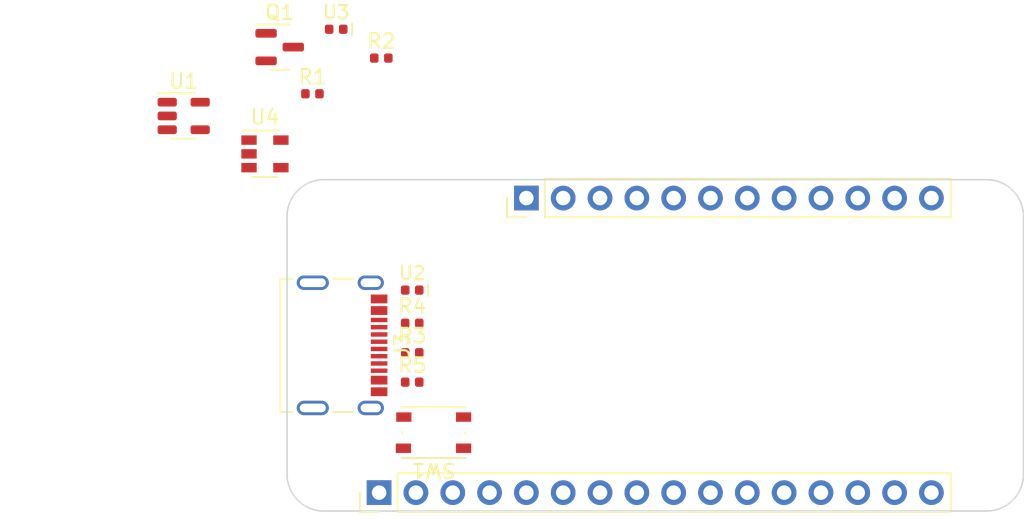
<source format=kicad_pcb>
(kicad_pcb (version 20211014) (generator pcbnew)
  (layers (0 "F.Cu" signal) (31 "B.Cu" signal) (34 "B.Paste" user) (35 "F.Paste" user) (36 "B.SilkS" user "B.Silkscreen") (37 "F.SilkS" user "F.Silkscreen") (38 "B.Mask" user) (39 "F.Mask" user) (44 "Edge.Cuts" user))
  (net 0 "")
  (footprint "Shulltronics_Generics:SOT-23-3" (layer "F.Cu") (at 131.572 72.136)
    (fp_text reference "Q1" (at 0 -2.4) (layer "F.SilkS"))
    (fp_text value "4043_DMG3414_Nch_Mosfet_SOT23-3")
    (fp_line (start 0 1.56) (end 0.65 1.56) (layer "F.SilkS") (width 0.12))
    (fp_line (start 0 -1.56) (end -1.675 -1.56) (layer "F.SilkS") (width 0.12))
    (fp_line (start 0 1.56) (end -0.65 1.56) (layer "F.SilkS") (width 0.12))
    (fp_line (start 0 -1.56) (end 0.65 -1.56) (layer "F.SilkS") (width 0.12))
    (pad "1" smd roundrect (at -0.9375 -0.95) (size 1.475 0.6) (layers "F.Cu" "F.Paste" "F.Mask"))
    (pad "2" smd roundrect (at -0.9375 0.95) (size 1.475 0.6) (layers "F.Cu" "F.Paste" "F.Mask"))
    (pad "3" smd roundrect (at 0.9375 0) (size 1.475 0.6) (layers "F.Cu" "F.Paste" "F.Mask"))
  )
  (footprint "Shulltronics_ElectroMechanical:4012_PushButton_NO_SMD" (layer "F.Cu") (at 142.24 98.806 180)
    (fp_text reference "SW1" (at 0.056 -2.54 180 unlocked) (layer "F.SilkS"))
    (fp_text value "RST")
    (fp_line (start -2.144 1.822) (end 2.256 1.822) (layer "F.SilkS") (width 0.12))
    (fp_line (start -2.144 0.122) (end -2.144 0.022) (layer "F.SilkS") (width 0.12))
    (fp_line (start 2.256 -1.678) (end -2.144 -1.678) (layer "F.SilkS") (width 0.12))
    (fp_line (start 2.256 0.122) (end 2.256 0.022) (layer "F.SilkS") (width 0.12))
    (pad "1" smd rect (at 2.131 -1.003 180) (size 1.05 0.65) (layers "F.Cu" "F.Paste" "F.Mask"))
    (pad "1" smd rect (at -2.019 -1.003 180) (size 1.05 0.65) (layers "F.Cu" "F.Paste" "F.Mask"))
    (pad "2" smd rect (at -2.019 1.147 180) (size 1.05 0.65) (layers "F.Cu" "F.Paste" "F.Mask"))
    (pad "2" smd rect (at 2.106 1.147 180) (size 1.05 0.65) (layers "F.Cu" "F.Paste" "F.Mask"))
  )
  (footprint "Shulltronics_Connectors:3096_USBC_RA" (layer "F.Cu") (at 135.128 92.71 -90)
    (fp_text reference "J3" (at 0 -4.9 90) (layer "F.SilkS"))
    (fp_text value "3096_USBC_RA_SMD")
    (fp_line (start -4.5974 2.661593) (end -4.5974 3.5052) (layer "F.SilkS") (width 0.12))
    (fp_line (start 4.5974 -0.117991) (end 4.5974 -1.541608) (layer "F.SilkS") (width 0.12))
    (fp_line (start -4.5974 -1.541608) (end -4.5974 -0.117991) (layer "F.SilkS") (width 0.12))
    (fp_line (start -4.5974 3.5052) (end 4.5974 3.5052) (layer "F.SilkS") (width 0.12))
    (fp_line (start 4.5974 3.5052) (end 4.5974 2.661593) (layer "F.SilkS") (width 0.12))
    (pad "" thru_hole oval (at -4.32 -2.7282 270) (size 0.9906 1.8034) (drill oval 0.6 1.4) (layers *.Cu *.Mask))
    (pad "" thru_hole oval (at 4.32 -2.7282 270) (size 0.9906 1.8034) (drill oval 0.6 1.4) (layers *.Cu *.Mask))
    (pad "" thru_hole oval (at 4.32 1.271801 270) (size 0.9906 2.2098) (drill oval 0.6 1.8) (layers *.Cu *.Mask))
    (pad "" thru_hole oval (at -4.32 1.271801 270) (size 0.9906 2.2098) (drill oval 0.6 1.8) (layers *.Cu *.Mask))
    (pad "A1/B12" smd rect (at -3.200001 -3.303199 270) (size 0.6096 1.143) (layers "F.Cu" "F.Paste" "F.Mask"))
    (pad "A4/B9" smd rect (at -2.4 -3.303199 270) (size 0.6096 1.143) (layers "F.Cu" "F.Paste" "F.Mask"))
    (pad "A5" smd rect (at -1.25 -3.303199 270) (size 0.3048 1.143) (layers "F.Cu" "F.Paste" "F.Mask"))
    (pad "A6" smd rect (at -0.25 -3.303199 270) (size 0.3048 1.143) (layers "F.Cu" "F.Paste" "F.Mask"))
    (pad "A7" smd rect (at 0.25 -3.303199 270) (size 0.3048 1.143) (layers "F.Cu" "F.Paste" "F.Mask"))
    (pad "A8" smd rect (at 1.25 -3.303199 270) (size 0.3048 1.143) (layers "F.Cu" "F.Paste" "F.Mask"))
    (pad "B1/A12" smd rect (at 3.199999 -3.303199 270) (size 0.6096 1.143) (layers "F.Cu" "F.Paste" "F.Mask"))
    (pad "B4/A9" smd rect (at 2.4 -3.303199 270) (size 0.6096 1.143) (layers "F.Cu" "F.Paste" "F.Mask"))
    (pad "B5" smd rect (at 1.75006 -3.303199 270) (size 0.3048 1.143) (layers "F.Cu" "F.Paste" "F.Mask"))
    (pad "B6" smd rect (at 0.750059 -3.303199 270) (size 0.3048 1.143) (layers "F.Cu" "F.Paste" "F.Mask"))
    (pad "B7" smd rect (at -0.74994 -3.303199 270) (size 0.3048 1.143) (layers "F.Cu" "F.Paste" "F.Mask"))
    (pad "B8" smd rect (at -1.749941 -3.303199 270) (size 0.3048 1.143) (layers "F.Cu" "F.Paste" "F.Mask"))
  )
  (footprint "Shulltronics_Generics:SOT-23-5" (layer "F.Cu") (at 124.952 76.886)
    (fp_text reference "U1" (at 0 -2.4) (layer "F.SilkS"))
    (fp_text value "4042_MCP73831_Battery_Charger")
    (fp_line (start 0 1.56) (end -0.8 1.56) (layer "F.SilkS") (width 0.12))
    (fp_line (start 0 -1.56) (end 0.8 -1.56) (layer "F.SilkS") (width 0.12))
    (fp_line (start 0 -1.56) (end -1.8 -1.56) (layer "F.SilkS") (width 0.12))
    (fp_line (start 0 1.56) (end 0.8 1.56) (layer "F.SilkS") (width 0.12))
    (pad "1" smd roundrect (at -1.1375 -0.95) (size 1.325 0.6) (layers "F.Cu" "F.Paste" "F.Mask"))
    (pad "2" smd roundrect (at -1.1375 0) (size 1.325 0.6) (layers "F.Cu" "F.Paste" "F.Mask"))
    (pad "3" smd roundrect (at -1.1375 0.95) (size 1.325 0.6) (layers "F.Cu" "F.Paste" "F.Mask"))
    (pad "4" smd roundrect (at 1.1375 0.95) (size 1.325 0.6) (layers "F.Cu" "F.Paste" "F.Mask"))
    (pad "5" smd roundrect (at 1.1375 -0.95) (size 1.325 0.6) (layers "F.Cu" "F.Paste" "F.Mask"))
  )
  (footprint "Shulltronics_Generics:LED_0402" (layer "F.Cu") (at 135.472 70.906)
    (fp_text reference "U3" (at 0 -1.17) (layer "F.SilkS") (effects (font (size 0.9144 0.9144) (thickness 0.1524))))
    (fp_text value "PWR")
    (fp_line (start 1.1 -0.4) (end 1.1 0.4) (layer "F.SilkS") (width 0.12))
    (pad "1" smd roundrect (at -0.485 0) (size 0.59 0.64) (layers "F.Cu" "F.Paste" "F.Mask"))
    (pad "2" smd roundrect (at 0.485 0) (size 0.59 0.64) (layers "F.Cu" "F.Paste" "F.Mask"))
  )
  (footprint "Shulltronics_Generics:RES-0402" (layer "F.Cu") (at 138.582 72.896)
    (fp_text reference "R2" (at 0 -1.17) (layer "F.SilkS"))
    (fp_text value "4009_Resistor_SMD_5k1_0.10W_1%")
    (pad "1" smd roundrect locked (at -0.485 0) (size 0.59 0.64) (layers "F.Cu" "F.Paste" "F.Mask"))
    (pad "2" smd roundrect locked (at 0.485 0) (size 0.59 0.64) (layers "F.Cu" "F.Paste" "F.Mask"))
  )
  (footprint "Shulltronics_Generics:LED_0402" (layer "F.Cu") (at 140.716 88.9)
    (fp_text reference "U2" (at 0 -1.17) (layer "F.SilkS") (effects (font (size 0.9144 0.9144) (thickness 0.1524))))
    (fp_text value "CRG")
    (fp_line (start 1.1 -0.4) (end 1.1 0.4) (layer "F.SilkS") (width 0.12))
    (pad "1" smd roundrect (at -0.485 0) (size 0.59 0.64) (layers "F.Cu" "F.Paste" "F.Mask"))
    (pad "2" smd roundrect (at 0.485 0) (size 0.59 0.64) (layers "F.Cu" "F.Paste" "F.Mask"))
  )
  (footprint "Shulltronics_Regulators:3093_MIC5225_3v3_LDO" (layer "F.Cu") (at 130.556 79.502)
    (fp_text reference "U4" (at 0 -2.54) (layer "F.SilkS"))
    (fp_text value "3093_MIC5225_3v3" hide)
    (fp_line (start 0.9 -1.61) (end -1.55 -1.61) (layer "F.SilkS") (width 0.12))
    (fp_line (start -0.9 1.61) (end 0.9 1.61) (layer "F.SilkS") (width 0.12))
    (pad "1" smd rect locked (at -1.1 -0.95) (size 1.06 0.65) (layers "F.Cu" "F.Paste" "F.Mask"))
    (pad "2" smd rect locked (at -1.1 0) (size 1.06 0.65) (layers "F.Cu" "F.Paste" "F.Mask"))
    (pad "3" smd rect locked (at -1.1 0.95) (size 1.06 0.65) (layers "F.Cu" "F.Paste" "F.Mask"))
    (pad "4" smd rect locked (at 1.1 0.95) (size 1.06 0.65) (layers "F.Cu" "F.Paste" "F.Mask"))
    (pad "5" smd rect locked (at 1.1 -0.95) (size 1.06 0.65) (layers "F.Cu" "F.Paste" "F.Mask"))
  )
  (footprint "Shulltronics_Connectors:4040_Header_12pos_2.54mm" (layer "F.Cu") (at 148.59 82.55 90)
    (fp_text reference "J1" hide)
    (fp_text value "4040_Header_Male_Vert_12pin_0.1in" hide)
    (fp_line (start -1.33 -1.33) (end 0 -1.33) (layer "F.SilkS") (width 0.12))
    (fp_line (start -1.33 29.27) (end 1.33 29.27) (layer "F.SilkS") (width 0.12))
    (fp_line (start -1.33 0) (end -1.33 -1.33) (layer "F.SilkS") (width 0.12))
    (fp_line (start 1.33 1.27) (end 1.33 29.27) (layer "F.SilkS") (width 0.12))
    (fp_line (start -1.33 1.27) (end 1.33 1.27) (layer "F.SilkS") (width 0.12))
    (fp_line (start -1.33 1.27) (end -1.33 29.27) (layer "F.SilkS") (width 0.12))
    (pad "1" thru_hole rect (at 0 0 90) (size 1.7 1.7) (drill 1) (layers *.Cu *.Mask))
    (pad "2" thru_hole oval (at 0 2.54 90) (size 1.7 1.7) (drill 1) (layers *.Cu *.Mask))
    (pad "3" thru_hole oval (at 0 5.08 90) (size 1.7 1.7) (drill 1) (layers *.Cu *.Mask))
    (pad "4" thru_hole oval (at 0 7.62 90) (size 1.7 1.7) (drill 1) (layers *.Cu *.Mask))
    (pad "5" thru_hole oval (at 0 10.16 90) (size 1.7 1.7) (drill 1) (layers *.Cu *.Mask))
    (pad "6" thru_hole oval (at 0 12.7 90) (size 1.7 1.7) (drill 1) (layers *.Cu *.Mask))
    (pad "7" thru_hole oval (at 0 15.24 90) (size 1.7 1.7) (drill 1) (layers *.Cu *.Mask))
    (pad "8" thru_hole oval (at 0 17.78 90) (size 1.7 1.7) (drill 1) (layers *.Cu *.Mask))
    (pad "9" thru_hole oval (at 0 20.32 90) (size 1.7 1.7) (drill 1) (layers *.Cu *.Mask))
    (pad "10" thru_hole oval (at 0 22.86 90) (size 1.7 1.7) (drill 1) (layers *.Cu *.Mask))
    (pad "11" thru_hole oval (at 0 25.4 90) (size 1.7 1.7) (drill 1) (layers *.Cu *.Mask))
    (pad "12" thru_hole oval (at 0 27.94 90) (size 1.7 1.7) (drill 1) (layers *.Cu *.Mask))
  )
  (footprint "Shulltronics_Generics:RES-0402" (layer "F.Cu") (at 140.716 95.25)
    (fp_text reference "R5" (at 0 -1.17) (layer "F.SilkS"))
    (fp_text value "4009_Resistor_SMD_5k1_0.10W_1%")
    (pad "1" smd roundrect locked (at -0.485 0) (size 0.59 0.64) (layers "F.Cu" "F.Paste" "F.Mask"))
    (pad "2" smd roundrect locked (at 0.485 0) (size 0.59 0.64) (layers "F.Cu" "F.Paste" "F.Mask"))
  )
  (footprint "Shulltronics_Generics:RES-0402" (layer "F.Cu") (at 140.716 91.186)
    (fp_text reference "R4" (at 0 -1.17) (layer "F.SilkS"))
    (fp_text value "4011_Resistor_SMD_27_0.125W_1%")
    (pad "1" smd roundrect locked (at -0.485 0) (size 0.59 0.64) (layers "F.Cu" "F.Paste" "F.Mask"))
    (pad "2" smd roundrect locked (at 0.485 0) (size 0.59 0.64) (layers "F.Cu" "F.Paste" "F.Mask"))
  )
  (footprint "Shulltronics_Generics:RES-0402" (layer "F.Cu") (at 140.716 93.218)
    (fp_text reference "R3" (at 0 -1.17) (layer "F.SilkS"))
    (fp_text value "4011_Resistor_SMD_27_0.125W_1%")
    (pad "1" smd roundrect locked (at -0.485 0) (size 0.59 0.64) (layers "F.Cu" "F.Paste" "F.Mask"))
    (pad "2" smd roundrect locked (at 0.485 0) (size 0.59 0.64) (layers "F.Cu" "F.Paste" "F.Mask"))
  )
  (footprint "Shulltronics_Connectors:4039_Header_16pos_2.54mm" (layer "F.Cu") (at 138.43 102.87 90)
    (fp_text reference "J2" hide)
    (fp_text value "4039_Header_Male_Vert_16pin_0.1in" hide)
    (fp_line (start -1.33 39.43) (end 1.33 39.43) (layer "F.SilkS") (width 0.12))
    (fp_line (start -1.33 1.27) (end -1.33 39.43) (layer "F.SilkS") (width 0.12))
    (fp_line (start 1.33 1.27) (end 1.33 39.43) (layer "F.SilkS") (width 0.12))
    (fp_line (start -1.33 1.27) (end 1.33 1.27) (layer "F.SilkS") (width 0.12))
    (fp_line (start -1.33 0) (end -1.33 -1.33) (layer "F.SilkS") (width 0.12))
    (fp_line (start -1.33 -1.33) (end 0 -1.33) (layer "F.SilkS") (width 0.12))
    (pad "1" thru_hole rect (at 0 0 90) (size 1.7 1.7) (drill 1) (layers *.Cu *.Mask))
    (pad "2" thru_hole oval (at 0 2.54 90) (size 1.7 1.7) (drill 1) (layers *.Cu *.Mask))
    (pad "3" thru_hole oval (at 0 5.08 90) (size 1.7 1.7) (drill 1) (layers *.Cu *.Mask))
    (pad "4" thru_hole oval (at 0 7.62 90) (size 1.7 1.7) (drill 1) (layers *.Cu *.Mask))
    (pad "5" thru_hole oval (at 0 10.16 90) (size 1.7 1.7) (drill 1) (layers *.Cu *.Mask))
    (pad "6" thru_hole oval (at 0 12.7 90) (size 1.7 1.7) (drill 1) (layers *.Cu *.Mask))
    (pad "7" thru_hole oval (at 0 15.24 90) (size 1.7 1.7) (drill 1) (layers *.Cu *.Mask))
    (pad "8" thru_hole oval (at 0 17.78 90) (size 1.7 1.7) (drill 1) (layers *.Cu *.Mask))
    (pad "9" thru_hole oval (at 0 20.32 90) (size 1.7 1.7) (drill 1) (layers *.Cu *.Mask))
    (pad "10" thru_hole oval (at 0 22.86 90) (size 1.7 1.7) (drill 1) (layers *.Cu *.Mask))
    (pad "11" thru_hole oval (at 0 25.4 90) (size 1.7 1.7) (drill 1) (layers *.Cu *.Mask))
    (pad "12" thru_hole oval (at 0 27.94 90) (size 1.7 1.7) (drill 1) (layers *.Cu *.Mask))
    (pad "13" thru_hole oval (at 0 30.48 90) (size 1.7 1.7) (drill 1) (layers *.Cu *.Mask))
    (pad "14" thru_hole oval (at 0 33.02 90) (size 1.7 1.7) (drill 1) (layers *.Cu *.Mask))
    (pad "15" thru_hole oval (at 0 35.56 90) (size 1.7 1.7) (drill 1) (layers *.Cu *.Mask))
    (pad "16" thru_hole oval (at 0 38.1 90) (size 1.7 1.7) (drill 1) (layers *.Cu *.Mask))
  )
  (footprint "Shulltronics_Generics:RES-0402" (layer "F.Cu") (at 133.832 75.356)
    (fp_text reference "R1" (at 0 -1.17) (layer "F.SilkS"))
    (fp_text value "4008_Resistor_SMD_10k_0.125W_1%")
    (pad "1" smd roundrect locked (at -0.485 0) (size 0.59 0.64) (layers "F.Cu" "F.Paste" "F.Mask"))
    (pad "2" smd roundrect locked (at 0.485 0) (size 0.59 0.64) (layers "F.Cu" "F.Paste" "F.Mask"))
  )
  (gr_line (start 132.08 101.6) (end 132.08 83.82) (layer "Edge.Cuts") (width 0.1))
  (gr_line (start 180.34 81.28) (end 134.62 81.28) (layer "Edge.Cuts") (width 0.1))
  (gr_arc (start 180.34 81.28) (mid 182.136051 82.023949) (end 182.88 83.82) (layer "Edge.Cuts") (width 0.1))
  (gr_arc (start 182.880001 101.600001) (mid 182.136052 103.396052) (end 180.340001 104.140001) (layer "Edge.Cuts") (width 0.1))
  (gr_arc (start 132.08 83.82) (mid 132.823949 82.023949) (end 134.62 81.28) (layer "Edge.Cuts") (width 0.1))
  (gr_arc (start 134.62 104.14) (mid 132.823949 103.396051) (end 132.08 101.6) (layer "Edge.Cuts") (width 0.1))
  (gr_line (start 134.62 104.14) (end 180.340001 104.140001) (layer "Edge.Cuts") (width 0.1))
  (gr_line (start 182.880001 101.600001) (end 182.88 83.82) (layer "Edge.Cuts") (width 0.1))
)
</source>
